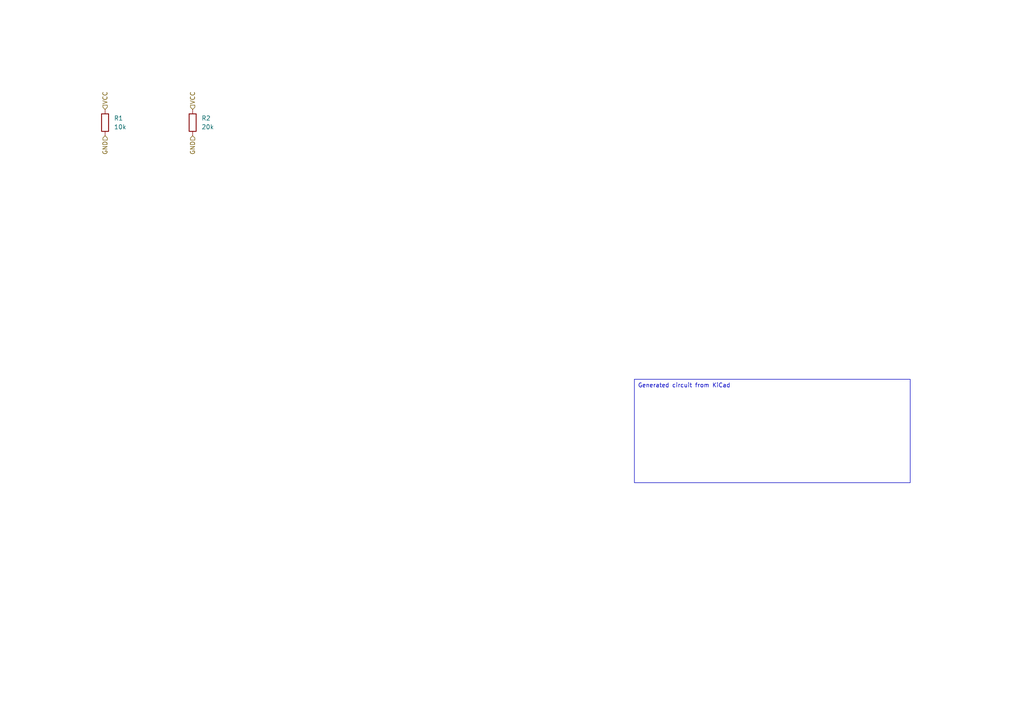
<source format=kicad_sch>
(kicad_sch (version 20250114) (generator "circuit_synth") (generator_version "0.8.36")
  (paper "A4")
  (title_block (title "routed_circuit_regen"))
  (lib_symbols
    (symbol "Device:R" (pin_numbers (hide yes)) (pin_names (offset 0))
      (property "Reference" "R" (at 2.032 0 90))
      (property "Value" "R" (at 0 0 90))
      (symbol "R_0_1"
        (rectangle (start -1.016 -2.54) (end 1.016 2.54) (stroke (width 0.254)))
      )
      (symbol "R_1_1"
        (pin passive line (at 0 3.81 270) (length 1.27) (name "~") (number "1"))
        (pin passive line (at 0 -3.81 90) (length 1.27) (name "~") (number "2"))
      )
    )
  )
  (symbol (lib_id "Device:R") (at 30.48 35.56 0) (unit 1)
    (property "Reference" "R1" (at 33.02 34.2899 0) (effects (justify left)))
    (property "Value" "10k" (at 33.02 36.8299 0) (effects (justify left)))
    (property "Footprint" "Resistor_SMD:R_0603_1608Metric" (effects (hide yes)))
    (property "hierarchy_path" "/b2671357-1482-4d3f-9911-0b285aa8d31a" (effects (hide yes)))
    (property "project_name" "routed_circuit_regen" (effects (hide yes)))
    (property "root_uuid" "b2671357-1482-4d3f-9911-0b285aa8d31a" (effects (hide yes)))
  )
  (symbol (lib_id "Device:R") (at 55.88 35.56 0) (unit 1)
    (property "Reference" "R2" (at 58.42 34.2899 0) (effects (justify left)))
    (property "Value" "20k" (at 58.42 36.8299 0) (effects (justify left)))
    (property "Footprint" "Resistor_SMD:R_0603_1608Metric" (effects (hide yes)))
    (property "hierarchy_path" "/b2671357-1482-4d3f-9911-0b285aa8d31a" (effects (hide yes)))
    (property "project_name" "routed_circuit_regen" (effects (hide yes)))
    (property "root_uuid" "b2671357-1482-4d3f-9911-0b285aa8d31a" (effects (hide yes)))
  )
  (hierarchical_label "VCC" (shape input) (at 30.48 31.75 90))
  (hierarchical_label "VCC" (shape input) (at 55.88 31.75 90))
  (hierarchical_label "GND" (shape input) (at 30.48 39.37 270))
  (hierarchical_label "GND" (shape input) (at 55.88 39.37 270))
  (text_box "Generated circuit from KiCad" (at 184 110 0) (size 80 30) (margins 1 1 1 1) (stroke (width 0.0000)) (effects (font (size 1.2 1.2)) (justify left top)))
)
</source>
